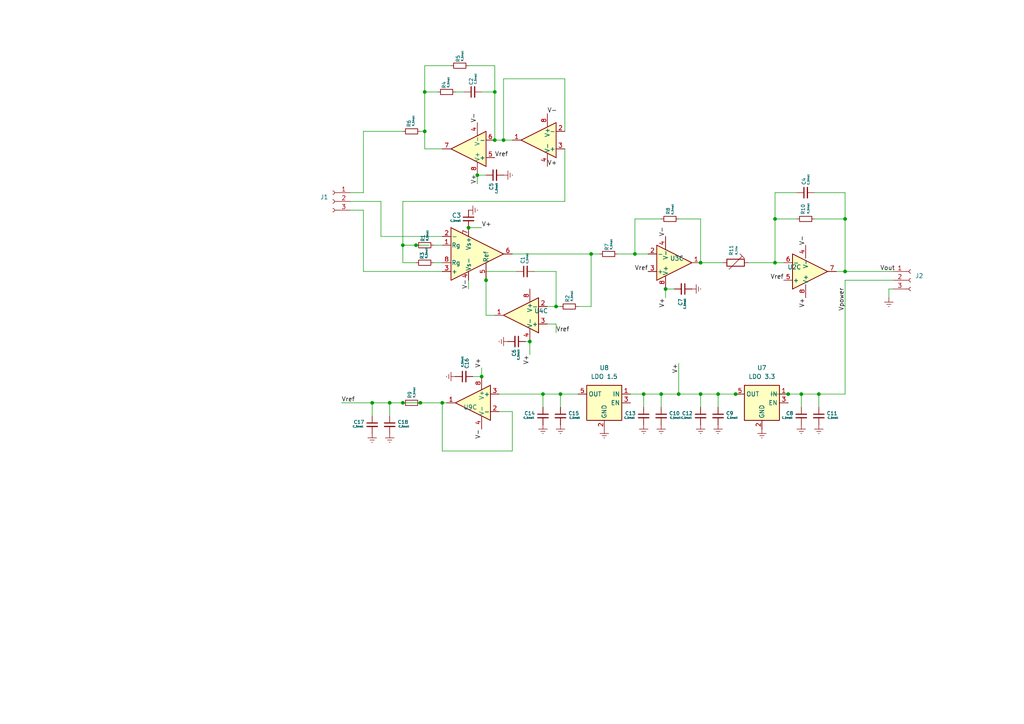
<source format=kicad_sch>
(kicad_sch (version 20250114) (generator "eeschema") (generator_version "9.0")
  (paper "A4")
  (lib_symbols
    (symbol "Amplifier_Instrumentation:AD623" (pin_names (offset 0.127))
      (property "Reference" "U" (at 3.81 7.62 0))
      (property "Value" "AD623" (at 5.08 5.08 0))
      (symbol "AD623_0_1"
        (polyline (pts (xy -7.62 7.62) (xy -7.62 -7.62) (xy 7.62 0) (xy -7.62 7.62)) (stroke (width 0.254)) (fill (type background)))
      )
      (symbol "AD623_1_1"
        (pin input line (at -10.16 5.08 0) (length 2.54) (name "-") (number "2"))
        (pin passive line (at -10.16 2.54 0) (length 2.54) (name "Rg") (number "1"))
        (pin passive line (at -10.16 -2.54 0) (length 2.54) (name "Rg") (number "8"))
        (pin input line (at -10.16 -5.08 0) (length 2.54) (name "+") (number "3"))
        (pin power_in line (at -2.54 7.62 270) (length 2.54) (name "Vs+") (number "7"))
        (pin power_in line (at -2.54 -7.62 90) (length 2.54) (name "Vs-") (number "4"))
        (pin passive line (at 2.54 -7.62 90) (length 5.08) (name "Ref") (number "5"))
        (pin output line (at 10.16 0 180) (length 2.54) (name "~") (number "6"))
      )
    )
    (symbol "Amplifier_Operational:OPA1662D" (pin_names (offset 0.127))
      (property "Reference" "U" (at 0 5.08 0))
      (property "Value" "OPA1662D" (at 0 -5.08 0))
      (symbol "OPA1662D_1_1"
        (polyline (pts (xy -5.08 5.08) (xy 5.08 0) (xy -5.08 -5.08) (xy -5.08 5.08)) (stroke (width 0.254)) (fill (type background)))
        (pin input line (at -7.62 2.54 0) (length 2.54) (name "+") (number "3"))
        (pin input line (at -7.62 -2.54 0) (length 2.54) (name "-") (number "2"))
        (pin output line (at 7.62 0 180) (length 2.54) (name "~") (number "1"))
      )
      (symbol "OPA1662D_2_1"
        (polyline (pts (xy -5.08 5.08) (xy 5.08 0) (xy -5.08 -5.08) (xy -5.08 5.08)) (stroke (width 0.254)) (fill (type background)))
        (pin input line (at -7.62 2.54 0) (length 2.54) (name "+") (number "5"))
        (pin input line (at -7.62 -2.54 0) (length 2.54) (name "-") (number "6"))
        (pin output line (at 7.62 0 180) (length 2.54) (name "~") (number "7"))
      )
      (symbol "OPA1662D_3_1"
        (pin power_in line (at -2.54 7.62 270) (length 3.81) (name "V+") (number "8"))
        (pin power_in line (at -2.54 -7.62 90) (length 3.81) (name "V-") (number "4"))
      )
    )
    (symbol "Connector:Conn_01x03_Socket" (pin_names (offset 1.016) (hide yes))
      (property "Reference" "J" (at 0 5.08 0))
      (property "Value" "Conn_01x03_Socket" (at 0 -5.08 0))
      (symbol "Conn_01x03_Socket_1_1"
        (polyline (pts (xy -1.27 2.54) (xy -0.508 2.54)) (stroke (width 0.1524)))
        (polyline (pts (xy -1.27 0) (xy -0.508 0)) (stroke (width 0.1524)))
        (polyline (pts (xy -1.27 -2.54) (xy -0.508 -2.54)) (stroke (width 0.1524)))
        (arc (start 0 2.032) (mid -0.5058 2.54) (end 0 3.048) (stroke (width 0.1524)))
        (arc (start 0 -0.508) (mid -0.5058 0) (end 0 0.508) (stroke (width 0.1524)))
        (arc (start 0 -3.048) (mid -0.5058 -2.54) (end 0 -2.032) (stroke (width 0.1524)))
        (pin passive line (at -5.08 2.54 0) (length 3.81) (name "Pin_1") (number "1"))
        (pin passive line (at -5.08 0 0) (length 3.81) (name "Pin_2") (number "2"))
        (pin passive line (at -5.08 -2.54 0) (length 3.81) (name "Pin_3") (number "3"))
      )
    )
    (symbol "Device:C_Small" (pin_numbers (hide yes)) (pin_names (offset 0.254) (hide yes))
      (property "Reference" "C" (at 0.254 1.778 0))
      (property "Value" "C_Small" (at 0.254 -2.032 0))
      (symbol "C_Small_0_1"
        (polyline (pts (xy -1.524 0.508) (xy 1.524 0.508)) (stroke (width 0.3048)))
        (polyline (pts (xy -1.524 -0.508) (xy 1.524 -0.508)) (stroke (width 0.3302)))
      )
      (symbol "C_Small_1_1"
        (pin passive line (at 0 2.54 270) (length 2.032) (name "~") (number "1"))
        (pin passive line (at 0 -2.54 90) (length 2.032) (name "~") (number "2"))
      )
    )
    (symbol "Device:R_Small" (pin_numbers (hide yes)) (pin_names (offset 0.254) (hide yes))
      (property "Reference" "R" (at 0 0 90))
      (property "Value" "R_Small" (at 1.778 0 90))
      (symbol "R_Small_0_1"
        (rectangle (start -0.762 1.778) (end 0.762 -1.778) (stroke (width 0.2032)))
      )
      (symbol "R_Small_1_1"
        (pin passive line (at 0 2.54 270) (length 0.762) (name "~") (number "1"))
        (pin passive line (at 0 -2.54 90) (length 0.762) (name "~") (number "2"))
      )
    )
    (symbol "Device:R_Trim" (pin_numbers (hide yes)) (pin_names (offset 0))
      (property "Reference" "R" (at 2.54 -2.54 90))
      (property "Value" "R_Trim" (at -2.54 -0.635 90))
      (symbol "R_Trim_0_1"
        (polyline (pts (xy -1.905 -1.905) (xy 1.905 1.905) (xy 2.54 1.27) (xy 1.27 2.54)))
        (rectangle (start -1.016 -2.54) (end 1.016 2.54) (stroke (width 0.254)))
      )
      (symbol "R_Trim_1_1"
        (pin passive line (at 0 3.81 270) (length 1.27) (name "~") (number "1"))
        (pin passive line (at 0 -3.81 90) (length 1.27) (name "~") (number "2"))
      )
    )
    (symbol "Regulator_Linear:LP3992-18B5"
      (property "Reference" "U" (at -3.81 6.35 0))
      (property "Value" "LP3992-18B5" (at 6.35 6.35 0))
      (symbol "LP3992-18B5_0_1"
        (rectangle (start -5.08 -5.08) (end 5.08 5.08) (stroke (width 0.254)) (fill (type background)))
        (pin power_in line (at -7.62 2.54 0) (length 2.54) (name "IN") (number "1"))
        (pin input line (at -7.62 0 0) (length 2.54) (name "EN") (number "3"))
        (pin power_in line (at 0 -7.62 90) (length 2.54) (name "GND") (number "2"))
        (pin no_connect line (at 5.08 0 180) (length 2.54) (hide yes) (name "NC") (number "4"))
        (pin power_out line (at 7.62 2.54 180) (length 2.54) (name "OUT") (number "5"))
      )
    )
    (symbol "power:Earth" (power) (pin_numbers (hide yes)) (pin_names (offset 0) (hide yes))
      (property "Value" "Earth" (at 0 -3.81 0))
      (symbol "Earth_0_1"
        (polyline (pts (xy -0.635 -1.905) (xy 0.635 -1.905)))
        (polyline (pts (xy -0.127 -2.54) (xy 0.127 -2.54)))
        (polyline (pts (xy 0 -1.27) (xy 0 0)))
        (polyline (pts (xy 1.27 -1.27) (xy -1.27 -1.27)))
      )
      (symbol "Earth_1_1"
        (pin power_in line (at 0 0 270) (length 0) (name "~") (number "1"))
      )
    )
  )
  (junction (at 196.85 114.3))
  (junction (at 143.51 40.64))
  (junction (at 161.29 88.9))
  (junction (at 121.92 116.84))
  (junction (at 186.69 114.3))
  (junction (at 138.43 50.8))
  (junction (at 232.41 114.3))
  (junction (at 191.77 114.3))
  (junction (at 143.51 26.67))
  (junction (at 116.84 71.12))
  (junction (at 140.97 81.28))
  (junction (at 203.2 76.2))
  (junction (at 224.79 63.5))
  (junction (at 146.05 40.64))
  (junction (at 107.95 116.84))
  (junction (at 208.28 114.3))
  (junction (at 128.27 116.84))
  (junction (at 193.04 83.82))
  (junction (at 213.36 114.3))
  (junction (at 113.03 116.84))
  (junction (at 245.11 63.5))
  (junction (at 139.7 109.22))
  (junction (at 120.65 71.12))
  (junction (at 135.89 66.04))
  (junction (at 123.19 38.1))
  (junction (at 245.11 78.74))
  (junction (at 162.56 114.3))
  (junction (at 123.19 26.67))
  (junction (at 203.2 114.3))
  (junction (at 171.45 73.66))
  (junction (at 157.48 114.3))
  (junction (at 224.79 76.2))
  (junction (at 116.84 116.84))
  (junction (at 228.6 114.3))
  (junction (at 237.49 114.3))
  (junction (at 184.15 73.66))
  (junction (at 153.67 99.06))
  (wire (pts (xy 237.49 114.3) (xy 232.41 114.3)))
  (wire (pts (xy 214.63 114.3) (xy 213.36 114.3)))
  (wire (pts (xy 128.27 130.81) (xy 128.27 116.84)))
  (wire (pts (xy 110.49 68.58) (xy 110.49 58.42)))
  (wire (pts (xy 139.7 109.22) (xy 139.7 106.68)))
  (wire (pts (xy 113.03 116.84) (xy 113.03 120.65)))
  (wire (pts (xy 224.79 63.5) (xy 224.79 76.2)))
  (wire (pts (xy 153.67 102.87) (xy 153.67 99.06)))
  (wire (pts (xy 236.22 55.88) (xy 245.11 55.88)))
  (wire (pts (xy 148.59 130.81) (xy 128.27 130.81)))
  (wire (pts (xy 116.84 76.2) (xy 120.65 76.2)))
  (wire (pts (xy 193.04 83.82) (xy 193.04 86.36)))
  (wire (pts (xy 146.05 22.86) (xy 146.05 40.64)))
  (wire (pts (xy 135.89 81.28) (xy 135.89 83.82)))
  (wire (pts (xy 231.14 63.5) (xy 224.79 63.5)))
  (wire (pts (xy 116.84 38.1) (xy 105.41 38.1)))
  (wire (pts (xy 184.15 73.66) (xy 187.96 73.66)))
  (wire (pts (xy 123.19 19.05) (xy 123.19 26.67)))
  (wire (pts (xy 107.95 120.65) (xy 107.95 116.84)))
  (wire (pts (xy 157.48 114.3) (xy 162.56 114.3)))
  (wire (pts (xy 135.89 19.05) (xy 143.51 19.05)))
  (wire (pts (xy 148.59 119.38) (xy 144.78 119.38)))
  (wire (pts (xy 144.78 114.3) (xy 157.48 114.3)))
  (wire (pts (xy 138.43 50.8) (xy 140.97 50.8)))
  (wire (pts (xy 105.41 60.96) (xy 101.6 60.96)))
  (wire (pts (xy 139.7 109.22) (xy 137.16 109.22)))
  (wire (pts (xy 217.17 76.2) (xy 224.79 76.2)))
  (wire (pts (xy 105.41 55.88) (xy 101.6 55.88)))
  (wire (pts (xy 116.84 71.12) (xy 116.84 76.2)))
  (wire (pts (xy 125.73 76.2) (xy 128.27 76.2)))
  (wire (pts (xy 196.85 114.3) (xy 203.2 114.3)))
  (wire (pts (xy 257.81 83.82) (xy 257.81 86.36)))
  (wire (pts (xy 232.41 114.3) (xy 228.6 114.3)))
  (wire (pts (xy 203.2 76.2) (xy 209.55 76.2)))
  (wire (pts (xy 146.05 40.64) (xy 148.59 40.64)))
  (wire (pts (xy 259.08 83.82) (xy 257.81 83.82)))
  (wire (pts (xy 163.83 43.18) (xy 163.83 58.42)))
  (wire (pts (xy 161.29 93.98) (xy 161.29 96.52)))
  (wire (pts (xy 237.49 118.11) (xy 237.49 114.3)))
  (wire (pts (xy 162.56 114.3) (xy 162.56 118.11)))
  (wire (pts (xy 125.73 71.12) (xy 128.27 71.12)))
  (wire (pts (xy 148.59 73.66) (xy 171.45 73.66)))
  (wire (pts (xy 162.56 114.3) (xy 167.64 114.3)))
  (wire (pts (xy 121.92 38.1) (xy 123.19 38.1)))
  (wire (pts (xy 130.81 19.05) (xy 123.19 19.05)))
  (wire (pts (xy 123.19 43.18) (xy 128.27 43.18)))
  (wire (pts (xy 245.11 81.28) (xy 259.08 81.28)))
  (wire (pts (xy 140.97 78.74) (xy 149.86 78.74)))
  (wire (pts (xy 191.77 63.5) (xy 184.15 63.5)))
  (wire (pts (xy 158.75 93.98) (xy 161.29 93.98)))
  (wire (pts (xy 231.14 55.88) (xy 224.79 55.88)))
  (wire (pts (xy 245.11 78.74) (xy 242.57 78.74)))
  (wire (pts (xy 135.89 66.04) (xy 139.7 66.04)))
  (wire (pts (xy 107.95 116.84) (xy 113.03 116.84)))
  (wire (pts (xy 203.2 63.5) (xy 203.2 76.2)))
  (wire (pts (xy 123.19 26.67) (xy 123.19 38.1)))
  (wire (pts (xy 191.77 114.3) (xy 196.85 114.3)))
  (wire (pts (xy 171.45 88.9) (xy 167.64 88.9)))
  (wire (pts (xy 127 26.67) (xy 123.19 26.67)))
  (wire (pts (xy 140.97 81.28) (xy 140.97 91.44)))
  (wire (pts (xy 213.36 114.3) (xy 208.28 114.3)))
  (wire (pts (xy 182.88 114.3) (xy 186.69 114.3)))
  (wire (pts (xy 128.27 68.58) (xy 110.49 68.58)))
  (wire (pts (xy 116.84 71.12) (xy 120.65 71.12)))
  (wire (pts (xy 245.11 55.88) (xy 245.11 63.5)))
  (wire (pts (xy 171.45 73.66) (xy 171.45 88.9)))
  (wire (pts (xy 140.97 91.44) (xy 143.51 91.44)))
  (wire (pts (xy 224.79 55.88) (xy 224.79 63.5)))
  (wire (pts (xy 105.41 78.74) (xy 105.41 60.96)))
  (wire (pts (xy 148.59 119.38) (xy 148.59 130.81)))
  (wire (pts (xy 143.51 19.05) (xy 143.51 26.67)))
  (wire (pts (xy 196.85 63.5) (xy 203.2 63.5)))
  (wire (pts (xy 232.41 118.11) (xy 232.41 114.3)))
  (wire (pts (xy 121.92 116.84) (xy 128.27 116.84)))
  (wire (pts (xy 157.48 118.11) (xy 157.48 114.3)))
  (wire (pts (xy 171.45 73.66) (xy 173.99 73.66)))
  (wire (pts (xy 245.11 114.3) (xy 245.11 81.28)))
  (wire (pts (xy 113.03 116.84) (xy 116.84 116.84)))
  (wire (pts (xy 116.84 116.84) (xy 121.92 116.84)))
  (wire (pts (xy 105.41 38.1) (xy 105.41 55.88)))
  (wire (pts (xy 224.79 76.2) (xy 227.33 76.2)))
  (wire (pts (xy 245.11 63.5) (xy 245.11 78.74)))
  (wire (pts (xy 140.97 78.74) (xy 140.97 81.28)))
  (wire (pts (xy 110.49 58.42) (xy 101.6 58.42)))
  (wire (pts (xy 191.77 114.3) (xy 191.77 118.11)))
  (wire (pts (xy 203.2 114.3) (xy 208.28 114.3)))
  (wire (pts (xy 143.51 26.67) (xy 139.7 26.67)))
  (wire (pts (xy 186.69 114.3) (xy 191.77 114.3)))
  (wire (pts (xy 203.2 118.11) (xy 203.2 114.3)))
  (wire (pts (xy 123.19 43.18) (xy 123.19 38.1)))
  (wire (pts (xy 132.08 26.67) (xy 134.62 26.67)))
  (wire (pts (xy 161.29 88.9) (xy 162.56 88.9)))
  (wire (pts (xy 163.83 22.86) (xy 163.83 38.1)))
  (wire (pts (xy 208.28 114.3) (xy 208.28 118.11)))
  (wire (pts (xy 236.22 63.5) (xy 245.11 63.5)))
  (wire (pts (xy 161.29 78.74) (xy 161.29 88.9)))
  (wire (pts (xy 179.07 73.66) (xy 184.15 73.66)))
  (wire (pts (xy 154.94 78.74) (xy 161.29 78.74)))
  (wire (pts (xy 146.05 22.86) (xy 163.83 22.86)))
  (wire (pts (xy 223.52 114.3) (xy 228.6 114.3)))
  (wire (pts (xy 184.15 63.5) (xy 184.15 73.66)))
  (wire (pts (xy 237.49 114.3) (xy 245.11 114.3)))
  (wire (pts (xy 152.4 99.06) (xy 153.67 99.06)))
  (wire (pts (xy 128.27 116.84) (xy 129.54 116.84)))
  (wire (pts (xy 143.51 26.67) (xy 143.51 40.64)))
  (wire (pts (xy 186.69 118.11) (xy 186.69 114.3)))
  (wire (pts (xy 143.51 40.64) (xy 146.05 40.64)))
  (wire (pts (xy 120.65 71.12) (xy 124.46 71.12)))
  (wire (pts (xy 128.27 78.74) (xy 105.41 78.74)))
  (wire (pts (xy 161.29 88.9) (xy 158.75 88.9)))
  (wire (pts (xy 99.06 116.84) (xy 107.95 116.84)))
  (wire (pts (xy 138.43 50.8) (xy 138.43 53.34)))
  (wire (pts (xy 163.83 58.42) (xy 116.84 58.42)))
  (wire (pts (xy 116.84 58.42) (xy 116.84 71.12)))
  (wire (pts (xy 193.04 83.82) (xy 195.58 83.82)))
  (wire (pts (xy 196.85 105.41) (xy 196.85 114.3)))
  (wire (pts (xy 245.11 78.74) (xy 259.08 78.74)))
  (label "V-" (at 233.68 71.12 90))
  (label "V-" (at 138.43 35.56 90))
  (label "V-" (at 158.75 33.02 0))
  (label "V+" (at 196.85 105.41 270))
  (label "Vref" (at 187.96 78.74 180))
  (label "V-" (at 139.7 124.46 270))
  (label "V-" (at 193.04 68.58 90))
  (label "Vref" (at 143.51 45.72 0))
  (label "V+" (at 153.67 102.87 270))
  (label "Vout" (at 255.27 78.74 0))
  (label "Vref" (at 161.29 96.52 0))
  (label "Vpower" (at 245.11 90.17 90))
  (label "V+" (at 138.43 53.34 90))
  (label "V-" (at 135.89 83.82 90))
  (label "V+" (at 193.04 86.36 270))
  (label "Vref" (at 227.33 81.28 180))
  (label "V+" (at 139.7 106.68 90))
  (label "V+" (at 158.75 48.26 0))
  (label "V+" (at 233.68 86.36 270))
  (label "V+" (at 139.7 66.04 0))
  (label "Vref" (at 99.06 116.84 0))
  (symbol (lib_id "Amplifier_Operational:OPA1662D") (at 156.21 91.44 0) (unit 3)
    (property "Reference" "U4" (at 154.94 90.1699 0) (effects (justify left)))
    (property "Value" "OPA1662D" (effects (hide yes)))
    (property "Footprint" "Package_SO:SOIC-8_3.9x4.9mm_P1.27mm" (effects (hide yes)))
    (property "Datasheet" "https://www.ti.com/lit/ds/symlink/opa1662.pdf" (effects (hide yes)))
    (property "Description" "Dual Low-Power, Low-Noise, Low-Distortion, Bipolar-Input SoundPlus Audio Operational Amplifiers, SOIC-8" (effects (hide yes)))
  )
  (symbol (lib_id "power:Earth") (at 232.41 123.19 0) (mirror y) (unit 1)
    (property "Reference" "#PWR05" (effects (hide yes)))
    (property "Value" "Earth" (effects (hide yes)))
    (property "Description" "Power symbol creates a global label with name \"Earth\"" (effects (hide yes)))
  )
  (symbol (lib_id "Device:C_Small") (at 237.49 120.65 0) (unit 1)
    (property "Reference" "C11" (at 239.776 119.888 0) (effects (font (size 1.016 1.016)) (justify left)))
    (property "Value" "C_Small" (at 240.03 121.158 0) (effects (font (size 0.508 0.508)) (justify left)))
    (property "Description" "Unpolarized capacitor, small symbol" (effects (hide yes)))
  )
  (symbol (lib_id "Amplifier_Operational:OPA1662D") (at 151.13 91.44 180) (unit 1)
    (property "Reference" "U2" (effects (hide yes)))
    (property "Value" "OPA1662D" (effects (hide yes)))
    (property "Footprint" "Package_SO:SOIC-8_3.9x4.9mm_P1.27mm" (effects (hide yes)))
    (property "Datasheet" "https://www.ti.com/lit/ds/symlink/opa1662.pdf" (effects (hide yes)))
    (property "Description" "Dual Low-Power, Low-Noise, Low-Distortion, Bipolar-Input SoundPlus Audio Operational Amplifiers, SOIC-8" (effects (hide yes)))
  )
  (symbol (lib_id "Device:R_Small") (at 133.35 19.05 90) (unit 1)
    (property "Reference" "R5" (at 132.842 17.018 0) (effects (font (size 1.016 1.016))))
    (property "Value" "R_Small" (at 134.112 16.256 0) (effects (font (size 0.508 0.508))))
    (property "Description" "Resistor, small symbol" (effects (hide yes)))
  )
  (symbol (lib_id "Device:C_Small") (at 162.56 120.65 0) (unit 1)
    (property "Reference" "C15" (at 164.846 119.888 0) (effects (font (size 1.016 1.016)) (justify left)))
    (property "Value" "C_Small" (at 165.1 121.158 0) (effects (font (size 0.508 0.508)) (justify left)))
    (property "Description" "Unpolarized capacitor, small symbol" (effects (hide yes)))
  )
  (symbol (lib_id "power:Earth") (at 208.28 123.19 0) (unit 1)
    (property "Reference" "#PWR07" (effects (hide yes)))
    (property "Value" "Earth" (effects (hide yes)))
    (property "Description" "Power symbol creates a global label with name \"Earth\"" (effects (hide yes)))
  )
  (symbol (lib_id "Device:C_Small") (at 149.86 99.06 270) (unit 1)
    (property "Reference" "C6" (at 149.098 102.362 0) (effects (font (size 1.016 1.016))))
    (property "Value" "C_Small" (at 150.368 102.87 0) (effects (font (size 0.508 0.508))))
    (property "Description" "Unpolarized capacitor, small symbol" (effects (hide yes)))
  )
  (symbol (lib_id "Device:C_Small") (at 135.89 63.5 0) (unit 1)
    (property "Reference" "C3" (at 131.064 62.484 0) (effects (justify left)))
    (property "Value" "C_Small" (at 130.556 64.008 0) (effects (font (size 0.508 0.508)) (justify left)))
    (property "Description" "Unpolarized capacitor, small symbol" (effects (hide yes)))
  )
  (symbol (lib_id "Amplifier_Operational:OPA1662D") (at 135.89 43.18 180) (unit 2)
    (property "Reference" "U2" (effects (hide yes)))
    (property "Value" "OPA1662D" (effects (hide yes)))
    (property "Footprint" "Package_SO:SOIC-8_3.9x4.9mm_P1.27mm" (effects (hide yes)))
    (property "Datasheet" "https://www.ti.com/lit/ds/symlink/opa1662.pdf" (effects (hide yes)))
    (property "Description" "Dual Low-Power, Low-Noise, Low-Distortion, Bipolar-Input SoundPlus Audio Operational Amplifiers, SOIC-8" (effects (hide yes)))
  )
  (symbol (lib_id "power:Earth") (at 237.49 123.19 0) (unit 1)
    (property "Reference" "#PWR010" (effects (hide yes)))
    (property "Value" "Earth" (effects (hide yes)))
    (property "Description" "Power symbol creates a global label with name \"Earth\"" (effects (hide yes)))
  )
  (symbol (lib_id "Connector:Conn_01x03_Socket") (at 264.16 81.28 0) (unit 1)
    (property "Reference" "J2" (at 265.43 80.0099 0) (effects (justify left)))
    (property "Value" "Conn_01x03_Socket" (effects (hide yes)))
    (property "Description" "Generic connector, single row, 01x03, script generated" (effects (hide yes)))
  )
  (symbol (lib_id "Device:C_Small") (at 232.41 120.65 0) (mirror y) (unit 1)
    (property "Reference" "C8" (at 230.124 119.888 0) (effects (font (size 1.016 1.016)) (justify left)))
    (property "Value" "C_Small" (at 229.87 121.158 0) (effects (font (size 0.508 0.508)) (justify left)))
    (property "Description" "Unpolarized capacitor, small symbol" (effects (hide yes)))
  )
  (symbol (lib_id "Regulator_Linear:LP3992-18B5") (at 175.26 116.84 0) (mirror y) (unit 1)
    (property "Reference" "U8" (at 175.26 106.68 0))
    (property "Value" "LDO 1.5" (at 175.26 109.22 0))
    (property "Footprint" "Package_TO_SOT_SMD:SOT-23-5" (effects (hide yes)))
    (property "Datasheet" "https://datasheet.lcsc.com/lcsc/2304140030_LOWPOWER-LP3992-18B5F_C324569.pdf" (effects (hide yes)))
    (property "Description" "LowPowerSemi, 300-mA Ultra-Low-Noise Low-IQ LDO, 1.8V, SOT-23" (effects (hide yes)))
  )
  (symbol (lib_id "power:Earth") (at 132.08 109.22 270) (unit 1)
    (property "Reference" "#PWR015" (effects (hide yes)))
    (property "Value" "Earth" (effects (hide yes)))
    (property "Description" "Power symbol creates a global label with name \"Earth\"" (effects (hide yes)))
  )
  (symbol (lib_id "Device:C_Small") (at 152.4 78.74 90) (unit 1)
    (property "Reference" "C1" (at 151.638 75.438 0) (effects (font (size 1.016 1.016))))
    (property "Value" "C_Small" (at 152.908 74.93 0) (effects (font (size 0.508 0.508))))
    (property "Description" "Unpolarized capacitor, small symbol" (effects (hide yes)))
  )
  (symbol (lib_id "Device:C_Small") (at 203.2 120.65 0) (mirror y) (unit 1)
    (property "Reference" "C12" (at 200.914 119.888 0) (effects (font (size 1.016 1.016)) (justify left)))
    (property "Value" "C_Small" (at 200.66 121.158 0) (effects (font (size 0.508 0.508)) (justify left)))
    (property "Description" "Unpolarized capacitor, small symbol" (effects (hide yes)))
  )
  (symbol (lib_id "power:Earth") (at 162.56 123.19 0) (unit 1)
    (property "Reference" "#PWR014" (effects (hide yes)))
    (property "Value" "Earth" (effects (hide yes)))
    (property "Description" "Power symbol creates a global label with name \"Earth\"" (effects (hide yes)))
  )
  (symbol (lib_id "Device:R_Small") (at 176.53 73.66 90) (unit 1)
    (property "Reference" "R7" (at 176.022 71.628 0) (effects (font (size 1.016 1.016))))
    (property "Value" "R_Small" (at 177.292 70.866 0) (effects (font (size 0.508 0.508))))
    (property "Description" "Resistor, small symbol" (effects (hide yes)))
  )
  (symbol (lib_id "Amplifier_Operational:OPA1662D") (at 195.58 76.2 0) (mirror x) (unit 1)
    (property "Reference" "U4" (effects (hide yes)))
    (property "Value" "OPA1662D" (effects (hide yes)))
    (property "Footprint" "Package_SO:SOIC-8_3.9x4.9mm_P1.27mm" (effects (hide yes)))
    (property "Datasheet" "https://www.ti.com/lit/ds/symlink/opa1662.pdf" (effects (hide yes)))
    (property "Description" "Dual Low-Power, Low-Noise, Low-Distortion, Bipolar-Input SoundPlus Audio Operational Amplifiers, SOIC-8" (effects (hide yes)))
  )
  (symbol (lib_id "power:Earth") (at 191.77 123.19 0) (unit 1)
    (property "Reference" "#PWR09" (effects (hide yes)))
    (property "Value" "Earth" (effects (hide yes)))
    (property "Description" "Power symbol creates a global label with name \"Earth\"" (effects (hide yes)))
  )
  (symbol (lib_id "Device:C_Small") (at 208.28 120.65 0) (unit 1)
    (property "Reference" "C9" (at 210.566 119.888 0) (effects (font (size 1.016 1.016)) (justify left)))
    (property "Value" "C_Small" (at 210.82 121.158 0) (effects (font (size 0.508 0.508)) (justify left)))
    (property "Description" "Unpolarized capacitor, small symbol" (effects (hide yes)))
  )
  (symbol (lib_id "power:Earth") (at 175.26 124.46 0) (unit 1)
    (property "Reference" "#PWR08" (effects (hide yes)))
    (property "Value" "Earth" (effects (hide yes)))
    (property "Description" "Power symbol creates a global label with name \"Earth\"" (effects (hide yes)))
  )
  (symbol (lib_id "Device:C_Small") (at 198.12 83.82 270) (unit 1)
    (property "Reference" "C7" (at 197.358 87.63 0) (effects (font (size 1.016 1.016))))
    (property "Value" "C_Small" (at 198.628 88.138 0) (effects (font (size 0.508 0.508))))
    (property "Description" "Unpolarized capacitor, small symbol" (effects (hide yes)))
  )
  (symbol (lib_id "Amplifier_Operational:OPA1662D") (at 161.29 40.64 0) (unit 3)
    (property "Reference" "U5" (effects (hide yes)))
    (property "Value" "OPA1662D" (effects (hide yes)))
    (property "Footprint" "Package_SO:SOIC-8_3.9x4.9mm_P1.27mm" (effects (hide yes)))
    (property "Datasheet" "https://www.ti.com/lit/ds/symlink/opa1662.pdf" (effects (hide yes)))
    (property "Description" "Dual Low-Power, Low-Noise, Low-Distortion, Bipolar-Input SoundPlus Audio Operational Amplifiers, SOIC-8" (effects (hide yes)))
  )
  (symbol (lib_id "power:Earth") (at 147.32 99.06 270) (unit 1)
    (property "Reference" "#PWR03" (effects (hide yes)))
    (property "Value" "Earth" (effects (hide yes)))
    (property "Description" "Power symbol creates a global label with name \"Earth\"" (effects (hide yes)))
  )
  (symbol (lib_id "power:Earth") (at 200.66 83.82 90) (unit 1)
    (property "Reference" "#PWR04" (effects (hide yes)))
    (property "Value" "Earth" (effects (hide yes)))
    (property "Description" "Power symbol creates a global label with name \"Earth\"" (effects (hide yes)))
  )
  (symbol (lib_id "Device:R_Trim") (at 213.36 76.2 270) (mirror x) (unit 1)
    (property "Reference" "R11" (at 212.09 74.168 0) (effects (font (size 1.016 1.016)) (justify left)))
    (property "Value" "R_Trim" (at 213.614 73.914 0) (effects (font (size 0.508 0.508)) (justify left)))
    (property "Description" "Trimmable resistor (preset resistor)" (effects (hide yes)))
  )
  (symbol (lib_id "Device:C_Small") (at 157.48 120.65 0) (mirror y) (unit 1)
    (property "Reference" "C14" (at 155.194 119.888 0) (effects (font (size 1.016 1.016)) (justify left)))
    (property "Value" "C_Small" (at 154.94 121.158 0) (effects (font (size 0.508 0.508)) (justify left)))
    (property "Description" "Unpolarized capacitor, small symbol" (effects (hide yes)))
  )
  (symbol (lib_id "power:Earth") (at 146.05 50.8 90) (unit 1)
    (property "Reference" "#PWR02" (effects (hide yes)))
    (property "Value" "Earth" (effects (hide yes)))
    (property "Description" "Power symbol creates a global label with name \"Earth\"" (effects (hide yes)))
  )
  (symbol (lib_id "Amplifier_Operational:OPA1662D") (at 142.24 116.84 0) (unit 3)
    (property "Reference" "U9" (at 138.43 118.1101 0) (effects (justify right)))
    (property "Value" "OPA1662D" (effects (hide yes)))
    (property "Footprint" "Package_SO:SOIC-8_3.9x4.9mm_P1.27mm" (effects (hide yes)))
    (property "Datasheet" "https://www.ti.com/lit/ds/symlink/opa1662.pdf" (effects (hide yes)))
    (property "Description" "Dual Low-Power, Low-Noise, Low-Distortion, Bipolar-Input SoundPlus Audio Operational Amplifiers, SOIC-8" (effects (hide yes)))
  )
  (symbol (lib_id "power:Earth") (at 157.48 123.19 0) (mirror y) (unit 1)
    (property "Reference" "#PWR013" (effects (hide yes)))
    (property "Value" "Earth" (effects (hide yes)))
    (property "Description" "Power symbol creates a global label with name \"Earth\"" (effects (hide yes)))
  )
  (symbol (lib_id "Amplifier_Operational:OPA1662D") (at 190.5 76.2 180) (unit 3)
    (property "Reference" "U3" (at 194.31 74.9299 0) (effects (justify right)))
    (property "Value" "OPA1662D" (effects (hide yes)))
    (property "Footprint" "Package_SO:SOIC-8_3.9x4.9mm_P1.27mm" (effects (hide yes)))
    (property "Datasheet" "https://www.ti.com/lit/ds/symlink/opa1662.pdf" (effects (hide yes)))
    (property "Description" "Dual Low-Power, Low-Noise, Low-Distortion, Bipolar-Input SoundPlus Audio Operational Amplifiers, SOIC-8" (effects (hide yes)))
  )
  (symbol (lib_id "power:Earth") (at 113.03 125.73 0) (unit 1)
    (property "Reference" "#PWR017" (effects (hide yes)))
    (property "Value" "Earth" (effects (hide yes)))
    (property "Description" "Power symbol creates a global label with name \"Earth\"" (effects (hide yes)))
  )
  (symbol (lib_id "Regulator_Linear:LP3992-18B5") (at 220.98 116.84 0) (mirror y) (unit 1)
    (property "Reference" "U7" (at 220.98 106.68 0))
    (property "Value" "LDO 3.3" (at 220.98 109.22 0))
    (property "Footprint" "Package_TO_SOT_SMD:SOT-23-5" (effects (hide yes)))
    (property "Datasheet" "https://datasheet.lcsc.com/lcsc/2304140030_LOWPOWER-LP3992-18B5F_C324569.pdf" (effects (hide yes)))
    (property "Description" "LowPowerSemi, 300-mA Ultra-Low-Noise Low-IQ LDO, 1.8V, SOT-23" (effects (hide yes)))
  )
  (symbol (lib_id "power:Earth") (at 107.95 125.73 0) (mirror y) (unit 1)
    (property "Reference" "#PWR016" (effects (hide yes)))
    (property "Value" "Earth" (effects (hide yes)))
    (property "Description" "Power symbol creates a global label with name \"Earth\"" (effects (hide yes)))
  )
  (symbol (lib_id "Device:R_Small") (at 119.38 116.84 90) (unit 1)
    (property "Reference" "R9" (at 118.872 114.554 0) (effects (font (size 1.016 1.016))))
    (property "Value" "R_Small" (at 120.142 113.792 0) (effects (font (size 0.508 0.508))))
    (property "Description" "Resistor, small symbol" (effects (hide yes)))
  )
  (symbol (lib_id "Amplifier_Operational:OPA1662D") (at 137.16 116.84 0) (mirror y) (unit 1)
    (property "Reference" "U5" (effects (hide yes)))
    (property "Value" "OPA1662D" (effects (hide yes)))
    (property "Footprint" "Package_SO:SOIC-8_3.9x4.9mm_P1.27mm" (effects (hide yes)))
    (property "Datasheet" "https://www.ti.com/lit/ds/symlink/opa1662.pdf" (effects (hide yes)))
    (property "Description" "Dual Low-Power, Low-Noise, Low-Distortion, Bipolar-Input SoundPlus Audio Operational Amplifiers, SOIC-8" (effects (hide yes)))
  )
  (symbol (lib_id "Amplifier_Instrumentation:AD623") (at 138.43 73.66 0) (unit 1)
    (property "Reference" "U1" (effects (hide yes)))
    (property "Value" "AD623" (effects (hide yes)))
    (property "Datasheet" "https://www.analog.com/media/en/technical-documentation/data-sheets/AD623.pdf" (effects (hide yes)))
    (property "Description" "Single Rail-to-Rail, Low Cost Instrumentation Amplifier, DIP-8/SOIC-8/MSOP-8" (effects (hide yes)))
  )
  (symbol (lib_id "Device:R_Small") (at 123.19 71.12 270) (unit 1)
    (property "Reference" "R1" (at 122.682 69.088 0) (effects (font (size 1.016 1.016))))
    (property "Value" "R_Small" (at 123.952 68.326 0) (effects (font (size 0.508 0.508))))
    (property "Description" "Resistor, small symbol" (effects (hide yes)))
  )
  (symbol (lib_id "Device:R_Small") (at 233.68 63.5 90) (unit 1)
    (property "Reference" "R10" (at 232.918 60.706 0) (effects (font (size 1.016 1.016))))
    (property "Value" "R_Small" (at 234.442 60.452 0) (effects (font (size 0.508 0.508))))
    (property "Description" "Resistor, small symbol" (effects (hide yes)))
  )
  (symbol (lib_id "Device:R_Small") (at 123.19 76.2 270) (unit 1)
    (property "Reference" "R3" (at 122.428 74.168 0) (effects (font (size 1.016 1.016))))
    (property "Value" "R_Small" (at 123.698 73.406 0) (effects (font (size 0.508 0.508))))
    (property "Description" "Resistor, small symbol" (effects (hide yes)))
  )
  (symbol (lib_id "power:Earth") (at 135.89 60.96 90) (unit 1)
    (property "Reference" "#PWR01" (effects (hide yes)))
    (property "Value" "Earth" (effects (hide yes)))
    (property "Description" "Power symbol creates a global label with name \"Earth\"" (effects (hide yes)))
  )
  (symbol (lib_id "power:Earth") (at 186.69 123.19 0) (mirror y) (unit 1)
    (property "Reference" "#PWR012" (effects (hide yes)))
    (property "Value" "Earth" (effects (hide yes)))
    (property "Description" "Power symbol creates a global label with name \"Earth\"" (effects (hide yes)))
  )
  (symbol (lib_id "Device:C_Small") (at 186.69 120.65 0) (mirror y) (unit 1)
    (property "Reference" "C13" (at 184.404 119.888 0) (effects (font (size 1.016 1.016)) (justify left)))
    (property "Value" "C_Small" (at 184.15 121.158 0) (effects (font (size 0.508 0.508)) (justify left)))
    (property "Description" "Unpolarized capacitor, small symbol" (effects (hide yes)))
  )
  (symbol (lib_id "Device:C_Small") (at 191.77 120.65 0) (unit 1)
    (property "Reference" "C10" (at 194.056 119.888 0) (effects (font (size 1.016 1.016)) (justify left)))
    (property "Value" "C_Small" (at 194.31 121.158 0) (effects (font (size 0.508 0.508)) (justify left)))
    (property "Description" "Unpolarized capacitor, small symbol" (effects (hide yes)))
  )
  (symbol (lib_id "Amplifier_Operational:OPA1662D") (at 236.22 78.74 0) (mirror x) (unit 3)
    (property "Reference" "U2" (at 232.41 77.4699 0) (effects (justify right)))
    (property "Value" "OPA1662D" (effects (hide yes)))
    (property "Footprint" "Package_SO:SOIC-8_3.9x4.9mm_P1.27mm" (effects (hide yes)))
    (property "Datasheet" "https://www.ti.com/lit/ds/symlink/opa1662.pdf" (effects (hide yes)))
    (property "Description" "Dual Low-Power, Low-Noise, Low-Distortion, Bipolar-Input SoundPlus Audio Operational Amplifiers, SOIC-8" (effects (hide yes)))
  )
  (symbol (lib_id "Device:R_Small") (at 129.54 26.67 90) (unit 1)
    (property "Reference" "R4" (at 128.778 24.638 0) (effects (font (size 1.016 1.016))))
    (property "Value" "R_Small" (at 130.048 23.876 0) (effects (font (size 0.508 0.508))))
    (property "Description" "Resistor, small symbol" (effects (hide yes)))
  )
  (symbol (lib_id "Device:C_Small") (at 233.68 55.88 90) (unit 1)
    (property "Reference" "C4" (at 233.172 52.578 0) (effects (font (size 1.016 1.016))))
    (property "Value" "C_Small" (at 234.442 52.07 0) (effects (font (size 0.508 0.508))))
    (property "Description" "Unpolarized capacitor, small symbol" (effects (hide yes)))
  )
  (symbol (lib_id "power:Earth") (at 220.98 124.46 0) (unit 1)
    (property "Reference" "#PWR06" (effects (hide yes)))
    (property "Value" "Earth" (effects (hide yes)))
    (property "Description" "Power symbol creates a global label with name \"Earth\"" (effects (hide yes)))
  )
  (symbol (lib_id "Device:C_Small") (at 143.51 50.8 90) (unit 1)
    (property "Reference" "C5" (at 142.494 54.102 0) (effects (font (size 1.016 1.016))))
    (property "Value" "C_Small" (at 144.018 54.61 0) (effects (font (size 0.508 0.508))))
    (property "Description" "Unpolarized capacitor, small symbol" (effects (hide yes)))
  )
  (symbol (lib_id "Amplifier_Operational:OPA1662D") (at 140.97 43.18 0) (mirror x) (unit 3)
    (property "Reference" "U6" (effects (hide yes)))
    (property "Value" "OPA1662D" (effects (hide yes)))
    (property "Footprint" "Package_SO:SOIC-8_3.9x4.9mm_P1.27mm" (effects (hide yes)))
    (property "Datasheet" "https://www.ti.com/lit/ds/symlink/opa1662.pdf" (effects (hide yes)))
    (property "Description" "Dual Low-Power, Low-Noise, Low-Distortion, Bipolar-Input SoundPlus Audio Operational Amplifiers, SOIC-8" (effects (hide yes)))
  )
  (symbol (lib_id "power:Earth") (at 203.2 123.19 0) (mirror y) (unit 1)
    (property "Reference" "#PWR011" (effects (hide yes)))
    (property "Value" "Earth" (effects (hide yes)))
    (property "Description" "Power symbol creates a global label with name \"Earth\"" (effects (hide yes)))
  )
  (symbol (lib_id "power:Earth") (at 257.81 86.36 0) (unit 1)
    (property "Reference" "#PWR018" (effects (hide yes)))
    (property "Value" "Earth" (effects (hide yes)))
    (property "Description" "Power symbol creates a global label with name \"Earth\"" (effects (hide yes)))
  )
  (symbol (lib_id "Device:C_Small") (at 137.16 26.67 90) (unit 1)
    (property "Reference" "C2" (at 136.652 23.622 0) (effects (font (size 1.016 1.016))))
    (property "Value" "C_Small" (at 137.922 22.86 0) (effects (font (size 0.508 0.508))))
    (property "Description" "Unpolarized capacitor, small symbol" (effects (hide yes)))
  )
  (symbol (lib_id "Device:C_Small") (at 134.62 109.22 90) (unit 1)
    (property "Reference" "C16" (at 135.382 105.41 0) (effects (font (size 1.016 1.016))))
    (property "Value" "C_Small" (at 134.112 104.902 0) (effects (font (size 0.508 0.508))))
    (property "Description" "Unpolarized capacitor, small symbol" (effects (hide yes)))
  )
  (symbol (lib_id "Device:C_Small") (at 107.95 123.19 0) (mirror y) (unit 1)
    (property "Reference" "C17" (at 105.664 122.428 0) (effects (font (size 1.016 1.016)) (justify left)))
    (property "Value" "C_Small" (at 105.41 123.698 0) (effects (font (size 0.508 0.508)) (justify left)))
    (property "Description" "Unpolarized capacitor, small symbol" (effects (hide yes)))
  )
  (symbol (lib_id "Amplifier_Operational:OPA1662D") (at 234.95 78.74 0) (mirror x) (unit 2)
    (property "Reference" "U3" (effects (hide yes)))
    (property "Value" "OPA1662D" (effects (hide yes)))
    (property "Footprint" "Package_SO:SOIC-8_3.9x4.9mm_P1.27mm" (effects (hide yes)))
    (property "Datasheet" "https://www.ti.com/lit/ds/symlink/opa1662.pdf" (effects (hide yes)))
    (property "Description" "Dual Low-Power, Low-Noise, Low-Distortion, Bipolar-Input SoundPlus Audio Operational Amplifiers, SOIC-8" (effects (hide yes)))
  )
  (symbol (lib_id "Device:R_Small") (at 119.38 38.1 90) (unit 1)
    (property "Reference" "R6" (at 118.618 35.814 0) (effects (font (size 1.016 1.016))))
    (property "Value" "R_Small" (at 119.888 35.052 0) (effects (font (size 0.508 0.508))))
    (property "Description" "Resistor, small symbol" (effects (hide yes)))
  )
  (symbol (lib_id "Amplifier_Operational:OPA1662D") (at 156.21 40.64 180) (unit 1)
    (property "Reference" "U3" (effects (hide yes)))
    (property "Value" "OPA1662D" (effects (hide yes)))
    (property "Footprint" "Package_SO:SOIC-8_3.9x4.9mm_P1.27mm" (effects (hide yes)))
    (property "Datasheet" "https://www.ti.com/lit/ds/symlink/opa1662.pdf" (effects (hide yes)))
    (property "Description" "Dual Low-Power, Low-Noise, Low-Distortion, Bipolar-Input SoundPlus Audio Operational Amplifiers, SOIC-8" (effects (hide yes)))
  )
  (symbol (lib_id "Device:C_Small") (at 113.03 123.19 0) (unit 1)
    (property "Reference" "C18" (at 115.316 122.428 0) (effects (font (size 1.016 1.016)) (justify left)))
    (property "Value" "C_Small" (at 115.57 123.698 0) (effects (font (size 0.508 0.508)) (justify left)))
    (property "Description" "Unpolarized capacitor, small symbol" (effects (hide yes)))
  )
  (symbol (lib_id "Device:R_Small") (at 165.1 88.9 90) (unit 1)
    (property "Reference" "R2" (at 164.592 86.614 0) (effects (font (size 1.016 1.016))))
    (property "Value" "R_Small" (at 165.862 85.852 0) (effects (font (size 0.508 0.508))))
    (property "Description" "Resistor, small symbol" (effects (hide yes)))
  )
  (symbol (lib_id "Device:R_Small") (at 194.31 63.5 270) (unit 1)
    (property "Reference" "R8" (at 193.802 61.214 0) (effects (font (size 1.016 1.016))))
    (property "Value" "R_Small" (at 195.072 60.706 0) (effects (font (size 0.508 0.508))))
    (property "Description" "Resistor, small symbol" (effects (hide yes)))
  )
  (symbol (lib_id "Connector:Conn_01x03_Socket") (at 96.52 58.42 0) (mirror y) (unit 1)
    (property "Reference" "J1" (at 95.25 57.1499 0) (effects (justify left)))
    (property "Value" "Conn_01x03_Socket" (effects (hide yes)))
    (property "Description" "Generic connector, single row, 01x03, script generated" (effects (hide yes)))
  )
)
</source>
